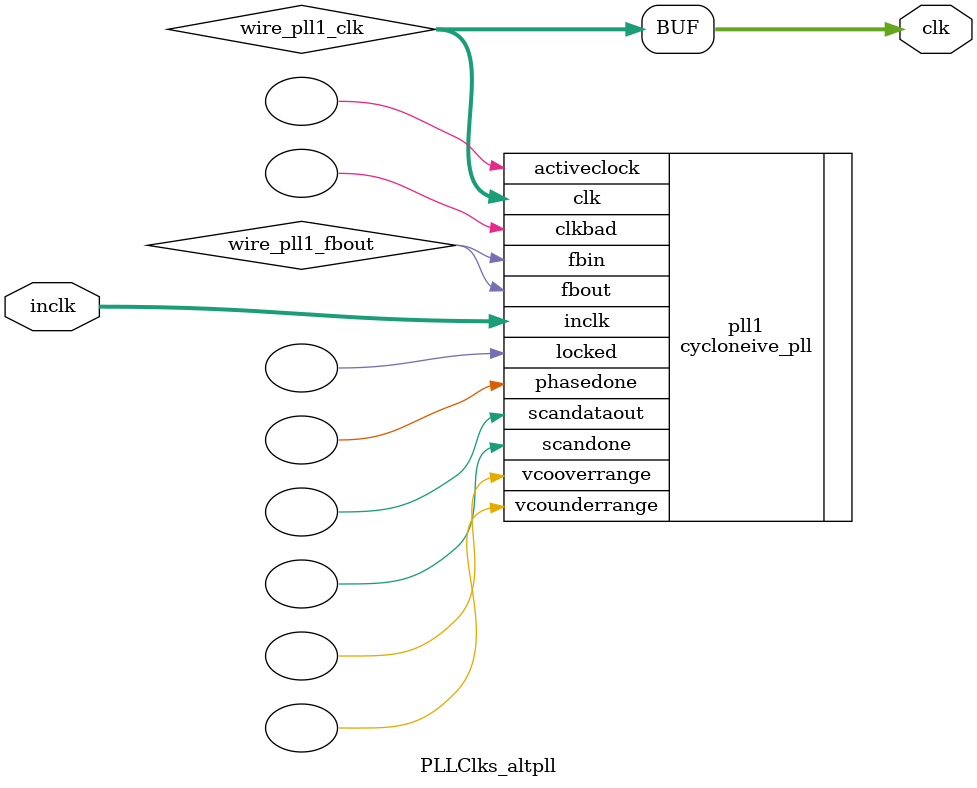
<source format=v>






//synthesis_resources = cycloneive_pll 1 
//synopsys translate_off
`timescale 1 ps / 1 ps
//synopsys translate_on
module  PLLClks_altpll
	( 
	clk,
	inclk) /* synthesis synthesis_clearbox=1 */;
	output   [4:0]  clk;
	input   [1:0]  inclk;
`ifndef ALTERA_RESERVED_QIS
// synopsys translate_off
`endif
	tri0   [1:0]  inclk;
`ifndef ALTERA_RESERVED_QIS
// synopsys translate_on
`endif

	wire  [4:0]   wire_pll1_clk;
	wire  wire_pll1_fbout;

	cycloneive_pll   pll1
	( 
	.activeclock(),
	.clk(wire_pll1_clk),
	.clkbad(),
	.fbin(wire_pll1_fbout),
	.fbout(wire_pll1_fbout),
	.inclk(inclk),
	.locked(),
	.phasedone(),
	.scandataout(),
	.scandone(),
	.vcooverrange(),
	.vcounderrange()
	`ifndef FORMAL_VERIFICATION
	// synopsys translate_off
	`endif
	,
	.areset(1'b0),
	.clkswitch(1'b0),
	.configupdate(1'b0),
	.pfdena(1'b1),
	.phasecounterselect({3{1'b0}}),
	.phasestep(1'b0),
	.phaseupdown(1'b0),
	.scanclk(1'b0),
	.scanclkena(1'b1),
	.scandata(1'b0)
	`ifndef FORMAL_VERIFICATION
	// synopsys translate_on
	`endif
	);
	defparam
		pll1.bandwidth_type = "auto",
		pll1.clk0_divide_by = 25,
		pll1.clk0_duty_cycle = 50,
		pll1.clk0_multiply_by = 12,
		pll1.clk0_phase_shift = "0",
		pll1.clk1_divide_by = 2,
		pll1.clk1_duty_cycle = 50,
		pll1.clk1_multiply_by = 1,
		pll1.clk1_phase_shift = "0",
		pll1.clk2_divide_by = 1,
		pll1.clk2_duty_cycle = 50,
		pll1.clk2_multiply_by = 1,
		pll1.clk2_phase_shift = "0",
		pll1.compensate_clock = "clk0",
		pll1.inclk0_input_frequency = 20000,
		pll1.operation_mode = "normal",
		pll1.pll_type = "auto",
		pll1.lpm_type = "cycloneive_pll";
	assign
		clk = {wire_pll1_clk[4:0]};
endmodule //PLLClks_altpll
//VALID FILE

</source>
